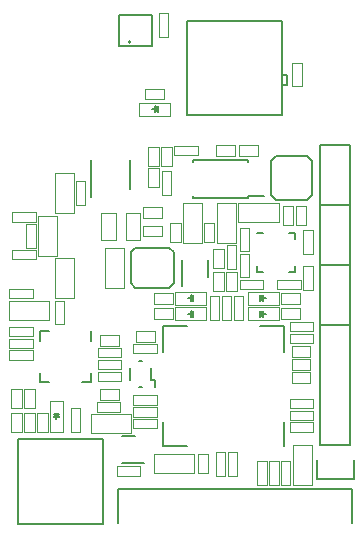
<source format=gto>
G04 #@! TF.FileFunction,Legend,Top*
%FSLAX46Y46*%
G04 Gerber Fmt 4.6, Leading zero omitted, Abs format (unit mm)*
G04 Created by KiCad (PCBNEW 4.0.2+dfsg1-stable) date Do 09 Mär 2017 02:24:01 CET*
%MOMM*%
G01*
G04 APERTURE LIST*
%ADD10C,0.100000*%
%ADD11C,0.150000*%
%ADD12C,0.200000*%
G04 APERTURE END LIST*
D10*
D11*
X76327000Y-106680000D02*
X73850500Y-106680000D01*
X76327000Y-101600000D02*
X73850500Y-101600000D01*
X76327000Y-96520000D02*
X73850500Y-96520000D01*
X73830000Y-116830000D02*
X73830000Y-91430000D01*
X73830000Y-91430000D02*
X76370000Y-91430000D01*
X76370000Y-91430000D02*
X76370000Y-116830000D01*
X73550000Y-119650000D02*
X73550000Y-118100000D01*
X73830000Y-116830000D02*
X76370000Y-116830000D01*
X76650000Y-118100000D02*
X76650000Y-119650000D01*
X76650000Y-119650000D02*
X73550000Y-119650000D01*
D10*
X58600000Y-119400000D02*
X56600000Y-119400000D01*
X56600000Y-119400000D02*
X56600000Y-118600000D01*
X56600000Y-118600000D02*
X58600000Y-118600000D01*
X58600000Y-118600000D02*
X58600000Y-119400000D01*
D11*
X67725000Y-95925000D02*
X67725000Y-95725000D01*
X63075000Y-95925000D02*
X63075000Y-95725000D01*
X63075000Y-92675000D02*
X63075000Y-92875000D01*
X67725000Y-92675000D02*
X67725000Y-92875000D01*
X67725000Y-95925000D02*
X63075000Y-95925000D01*
X67725000Y-92675000D02*
X63075000Y-92675000D01*
X67725000Y-95725000D02*
X69075000Y-95725000D01*
D10*
X58000000Y-108250000D02*
X60000000Y-108250000D01*
X60000000Y-108250000D02*
X60000000Y-109050000D01*
X60000000Y-109050000D02*
X58000000Y-109050000D01*
X58000000Y-109050000D02*
X58000000Y-108250000D01*
D11*
X59800000Y-111300000D02*
X59800000Y-111900000D01*
X59500000Y-111300000D02*
X59800000Y-111300000D01*
X57700000Y-111300000D02*
X57700000Y-110300000D01*
X59500000Y-111300000D02*
X59500000Y-110300000D01*
X58500000Y-109700000D02*
X58700000Y-109700000D01*
X58700000Y-111900000D02*
X58500000Y-111900000D01*
D10*
X58000000Y-114600000D02*
X60000000Y-114600000D01*
X60000000Y-114600000D02*
X60000000Y-115400000D01*
X60000000Y-115400000D02*
X58000000Y-115400000D01*
X58000000Y-115400000D02*
X58000000Y-114600000D01*
X60170000Y-82250000D02*
X60170000Y-80250000D01*
X60170000Y-80250000D02*
X60970000Y-80250000D01*
X60970000Y-80250000D02*
X60970000Y-82250000D01*
X60970000Y-82250000D02*
X60170000Y-82250000D01*
D11*
X57740711Y-82675000D02*
G75*
G03X57740711Y-82675000I-70711J0D01*
G01*
D12*
X59570000Y-82900000D02*
X59570000Y-80400000D01*
X59570000Y-80400000D02*
X56770000Y-80400000D01*
X56770000Y-80400000D02*
X56770000Y-82900000D01*
X56770000Y-82900000D02*
X56770000Y-83000000D01*
X56770000Y-83000000D02*
X59570000Y-83000000D01*
X59570000Y-83000000D02*
X59570000Y-82900000D01*
D10*
X55200000Y-107500000D02*
X56800000Y-107500000D01*
X56800000Y-107500000D02*
X56800000Y-108400000D01*
X56800000Y-108400000D02*
X55200000Y-108400000D01*
X55200000Y-108400000D02*
X55200000Y-107500000D01*
X61250000Y-91550000D02*
X61250000Y-93150000D01*
X61250000Y-93150000D02*
X60350000Y-93150000D01*
X60350000Y-93150000D02*
X60350000Y-91550000D01*
X60350000Y-91550000D02*
X61250000Y-91550000D01*
X66750000Y-102150000D02*
X66750000Y-103750000D01*
X66750000Y-103750000D02*
X65850000Y-103750000D01*
X65850000Y-103750000D02*
X65850000Y-102150000D01*
X65850000Y-102150000D02*
X66750000Y-102150000D01*
X66700000Y-99900000D02*
X66700000Y-101900000D01*
X66700000Y-101900000D02*
X65900000Y-101900000D01*
X65900000Y-101900000D02*
X65900000Y-99900000D01*
X65900000Y-99900000D02*
X66700000Y-99900000D01*
D11*
X71725000Y-98875000D02*
X71725000Y-99375000D01*
X68475000Y-102125000D02*
X68475000Y-101625000D01*
X71725000Y-102125000D02*
X71725000Y-101625000D01*
X68475000Y-98875000D02*
X68975000Y-98875000D01*
X68475000Y-102125000D02*
X68975000Y-102125000D01*
X71725000Y-102125000D02*
X71225000Y-102125000D01*
X71725000Y-98875000D02*
X71225000Y-98875000D01*
D10*
X66900000Y-96300000D02*
X66900000Y-97900000D01*
X66900000Y-97900000D02*
X70300000Y-97900000D01*
X70300000Y-97900000D02*
X70300000Y-96300000D01*
X70300000Y-96300000D02*
X66900000Y-96300000D01*
D11*
X57750000Y-95125000D02*
X57750000Y-92675000D01*
X54450000Y-95850000D02*
X54450000Y-92675000D01*
D10*
X61200000Y-93650000D02*
X61200000Y-95650000D01*
X61200000Y-95650000D02*
X60400000Y-95650000D01*
X60400000Y-95650000D02*
X60400000Y-93650000D01*
X60400000Y-93650000D02*
X61200000Y-93650000D01*
X59250000Y-95000000D02*
X59250000Y-93400000D01*
X59250000Y-93400000D02*
X60150000Y-93400000D01*
X60150000Y-93400000D02*
X60150000Y-95000000D01*
X60150000Y-95000000D02*
X59250000Y-95000000D01*
X60400000Y-99150000D02*
X58800000Y-99150000D01*
X58800000Y-99150000D02*
X58800000Y-98250000D01*
X58800000Y-98250000D02*
X60400000Y-98250000D01*
X60400000Y-98250000D02*
X60400000Y-99150000D01*
D12*
X55300000Y-123500000D02*
X55400000Y-123500000D01*
X55400000Y-123500000D02*
X55400000Y-123400000D01*
X48200000Y-123400000D02*
X48200000Y-123500000D01*
X48200000Y-123500000D02*
X48300000Y-123500000D01*
X48200000Y-116400000D02*
X48200000Y-116300000D01*
X48200000Y-116300000D02*
X48300000Y-116300000D01*
X55400000Y-116400000D02*
X55400000Y-116300000D01*
X55400000Y-116300000D02*
X55300000Y-116300000D01*
X48300000Y-123500000D02*
X55300000Y-123500000D01*
X55400000Y-123400000D02*
X55400000Y-116400000D01*
X55300000Y-116300000D02*
X48300000Y-116300000D01*
X48200000Y-116400000D02*
X48200000Y-123400000D01*
D10*
X49500000Y-108600000D02*
X47500000Y-108600000D01*
X47500000Y-108600000D02*
X47500000Y-107800000D01*
X47500000Y-107800000D02*
X49500000Y-107800000D01*
X49500000Y-107800000D02*
X49500000Y-108600000D01*
X71250000Y-107400000D02*
X73250000Y-107400000D01*
X73250000Y-107400000D02*
X73250000Y-108200000D01*
X73250000Y-108200000D02*
X71250000Y-108200000D01*
X71250000Y-108200000D02*
X71250000Y-107400000D01*
X52700000Y-115700000D02*
X52700000Y-113700000D01*
X52700000Y-113700000D02*
X53500000Y-113700000D01*
X53500000Y-113700000D02*
X53500000Y-115700000D01*
X53500000Y-115700000D02*
X52700000Y-115700000D01*
X49650000Y-112100000D02*
X49650000Y-113700000D01*
X49650000Y-113700000D02*
X48750000Y-113700000D01*
X48750000Y-113700000D02*
X48750000Y-112100000D01*
X48750000Y-112100000D02*
X49650000Y-112100000D01*
X59750000Y-103950000D02*
X61350000Y-103950000D01*
X61350000Y-103950000D02*
X61350000Y-104850000D01*
X61350000Y-104850000D02*
X59750000Y-104850000D01*
X59750000Y-104850000D02*
X59750000Y-103950000D01*
X57000000Y-111400000D02*
X55000000Y-111400000D01*
X55000000Y-111400000D02*
X55000000Y-110600000D01*
X55000000Y-110600000D02*
X57000000Y-110600000D01*
X57000000Y-110600000D02*
X57000000Y-111400000D01*
X48550000Y-114100000D02*
X48550000Y-115700000D01*
X48550000Y-115700000D02*
X47650000Y-115700000D01*
X47650000Y-115700000D02*
X47650000Y-114100000D01*
X47650000Y-114100000D02*
X48550000Y-114100000D01*
X50750000Y-114100000D02*
X50750000Y-115700000D01*
X50750000Y-115700000D02*
X49850000Y-115700000D01*
X49850000Y-115700000D02*
X49850000Y-114100000D01*
X49850000Y-114100000D02*
X50750000Y-114100000D01*
X48550000Y-112100000D02*
X48550000Y-113700000D01*
X48550000Y-113700000D02*
X47650000Y-113700000D01*
X47650000Y-113700000D02*
X47650000Y-112100000D01*
X47650000Y-112100000D02*
X48550000Y-112100000D01*
D11*
X54400000Y-111500000D02*
X53625000Y-111500000D01*
X50100000Y-107200000D02*
X50875000Y-107200000D01*
X50100000Y-111500000D02*
X50875000Y-111500000D01*
X54400000Y-107200000D02*
X54400000Y-107975000D01*
X50100000Y-107200000D02*
X50100000Y-107975000D01*
X50100000Y-111500000D02*
X50100000Y-110725000D01*
X54400000Y-111500000D02*
X54400000Y-110725000D01*
X64300000Y-102625000D02*
X64300000Y-101175000D01*
X62100000Y-103350000D02*
X62100000Y-101175000D01*
D10*
X61450000Y-91500000D02*
X63450000Y-91500000D01*
X63450000Y-91500000D02*
X63450000Y-92300000D01*
X63450000Y-92300000D02*
X61450000Y-92300000D01*
X61450000Y-92300000D02*
X61450000Y-91500000D01*
X63800000Y-96300000D02*
X62200000Y-96300000D01*
X62200000Y-96300000D02*
X62200000Y-99700000D01*
X62200000Y-99700000D02*
X63800000Y-99700000D01*
X63800000Y-99700000D02*
X63800000Y-96300000D01*
X57200000Y-100100000D02*
X55600000Y-100100000D01*
X55600000Y-100100000D02*
X55600000Y-103500000D01*
X55600000Y-103500000D02*
X57200000Y-103500000D01*
X57200000Y-103500000D02*
X57200000Y-100100000D01*
X67000000Y-100400000D02*
X67000000Y-98400000D01*
X67000000Y-98400000D02*
X67800000Y-98400000D01*
X67800000Y-98400000D02*
X67800000Y-100400000D01*
X67800000Y-100400000D02*
X67000000Y-100400000D01*
X67800000Y-100600000D02*
X67800000Y-102600000D01*
X67800000Y-102600000D02*
X67000000Y-102600000D01*
X67000000Y-102600000D02*
X67000000Y-100600000D01*
X67000000Y-100600000D02*
X67800000Y-100600000D01*
X72400000Y-100600000D02*
X72400000Y-98600000D01*
X72400000Y-98600000D02*
X73200000Y-98600000D01*
X73200000Y-98600000D02*
X73200000Y-100600000D01*
X73200000Y-100600000D02*
X72400000Y-100600000D01*
X69000000Y-103600000D02*
X67000000Y-103600000D01*
X67000000Y-103600000D02*
X67000000Y-102800000D01*
X67000000Y-102800000D02*
X69000000Y-102800000D01*
X69000000Y-102800000D02*
X69000000Y-103600000D01*
X70200000Y-102800000D02*
X72200000Y-102800000D01*
X72200000Y-102800000D02*
X72200000Y-103600000D01*
X72200000Y-103600000D02*
X70200000Y-103600000D01*
X70200000Y-103600000D02*
X70200000Y-102800000D01*
X73200000Y-101650000D02*
X73200000Y-103650000D01*
X73200000Y-103650000D02*
X72400000Y-103650000D01*
X72400000Y-103650000D02*
X72400000Y-101650000D01*
X72400000Y-101650000D02*
X73200000Y-101650000D01*
X49500000Y-107600000D02*
X47500000Y-107600000D01*
X47500000Y-107600000D02*
X47500000Y-106800000D01*
X47500000Y-106800000D02*
X49500000Y-106800000D01*
X49500000Y-106800000D02*
X49500000Y-107600000D01*
X49500000Y-109600000D02*
X47500000Y-109600000D01*
X47500000Y-109600000D02*
X47500000Y-108800000D01*
X47500000Y-108800000D02*
X49500000Y-108800000D01*
X49500000Y-108800000D02*
X49500000Y-109600000D01*
X57000000Y-109400000D02*
X55000000Y-109400000D01*
X55000000Y-109400000D02*
X55000000Y-108600000D01*
X55000000Y-108600000D02*
X57000000Y-108600000D01*
X57000000Y-108600000D02*
X57000000Y-109400000D01*
X49500000Y-104400000D02*
X47500000Y-104400000D01*
X47500000Y-104400000D02*
X47500000Y-103600000D01*
X47500000Y-103600000D02*
X49500000Y-103600000D01*
X49500000Y-103600000D02*
X49500000Y-104400000D01*
X52150000Y-104600000D02*
X52150000Y-106600000D01*
X52150000Y-106600000D02*
X51350000Y-106600000D01*
X51350000Y-106600000D02*
X51350000Y-104600000D01*
X51350000Y-104600000D02*
X52150000Y-104600000D01*
X54900000Y-113200000D02*
X56900000Y-113200000D01*
X56900000Y-113200000D02*
X56900000Y-114000000D01*
X56900000Y-114000000D02*
X54900000Y-114000000D01*
X54900000Y-114000000D02*
X54900000Y-113200000D01*
X69300000Y-118200000D02*
X69300000Y-120200000D01*
X69300000Y-120200000D02*
X68500000Y-120200000D01*
X68500000Y-120200000D02*
X68500000Y-118200000D01*
X68500000Y-118200000D02*
X69300000Y-118200000D01*
X70300000Y-118200000D02*
X70300000Y-120200000D01*
X70300000Y-120200000D02*
X69500000Y-120200000D01*
X69500000Y-120200000D02*
X69500000Y-118200000D01*
X69500000Y-118200000D02*
X70300000Y-118200000D01*
X71300000Y-118200000D02*
X71300000Y-120200000D01*
X71300000Y-120200000D02*
X70500000Y-120200000D01*
X70500000Y-120200000D02*
X70500000Y-118200000D01*
X70500000Y-118200000D02*
X71300000Y-118200000D01*
X60000000Y-113400000D02*
X58000000Y-113400000D01*
X58000000Y-113400000D02*
X58000000Y-112600000D01*
X58000000Y-112600000D02*
X60000000Y-112600000D01*
X60000000Y-112600000D02*
X60000000Y-113400000D01*
X64500000Y-106200000D02*
X64500000Y-104200000D01*
X64500000Y-104200000D02*
X65300000Y-104200000D01*
X65300000Y-104200000D02*
X65300000Y-106200000D01*
X65300000Y-106200000D02*
X64500000Y-106200000D01*
X71250000Y-106400000D02*
X73250000Y-106400000D01*
X73250000Y-106400000D02*
X73250000Y-107200000D01*
X73250000Y-107200000D02*
X71250000Y-107200000D01*
X71250000Y-107200000D02*
X71250000Y-106400000D01*
X65800000Y-117400000D02*
X65800000Y-119400000D01*
X65800000Y-119400000D02*
X65000000Y-119400000D01*
X65000000Y-119400000D02*
X65000000Y-117400000D01*
X65000000Y-117400000D02*
X65800000Y-117400000D01*
X71250000Y-113900000D02*
X73250000Y-113900000D01*
X73250000Y-113900000D02*
X73250000Y-114700000D01*
X73250000Y-114700000D02*
X71250000Y-114700000D01*
X71250000Y-114700000D02*
X71250000Y-113900000D01*
X66500000Y-106200000D02*
X66500000Y-104200000D01*
X66500000Y-104200000D02*
X67300000Y-104200000D01*
X67300000Y-104200000D02*
X67300000Y-106200000D01*
X67300000Y-106200000D02*
X66500000Y-106200000D01*
X66800000Y-117400000D02*
X66800000Y-119400000D01*
X66800000Y-119400000D02*
X66000000Y-119400000D01*
X66000000Y-119400000D02*
X66000000Y-117400000D01*
X66000000Y-117400000D02*
X66800000Y-117400000D01*
X71250000Y-112900000D02*
X73250000Y-112900000D01*
X73250000Y-112900000D02*
X73250000Y-113700000D01*
X73250000Y-113700000D02*
X71250000Y-113700000D01*
X71250000Y-113700000D02*
X71250000Y-112900000D01*
X65500000Y-106200000D02*
X65500000Y-104200000D01*
X65500000Y-104200000D02*
X66300000Y-104200000D01*
X66300000Y-104200000D02*
X66300000Y-106200000D01*
X66300000Y-106200000D02*
X65500000Y-106200000D01*
X58000000Y-113600000D02*
X60000000Y-113600000D01*
X60000000Y-113600000D02*
X60000000Y-114400000D01*
X60000000Y-114400000D02*
X58000000Y-114400000D01*
X58000000Y-114400000D02*
X58000000Y-113600000D01*
X71250000Y-114900000D02*
X73250000Y-114900000D01*
X73250000Y-114900000D02*
X73250000Y-115700000D01*
X73250000Y-115700000D02*
X71250000Y-115700000D01*
X71250000Y-115700000D02*
X71250000Y-114900000D01*
X70300000Y-105150000D02*
X70300000Y-106250000D01*
X67700000Y-106250000D02*
X67700000Y-105150000D01*
X67700000Y-105150000D02*
X70300000Y-105150000D01*
X70300000Y-106250000D02*
X67700000Y-106250000D01*
D11*
X68800000Y-105700000D02*
X69250000Y-105700000D01*
X68750000Y-105450000D02*
X68750000Y-105950000D01*
X68750000Y-105700000D02*
X69000000Y-105450000D01*
X69000000Y-105450000D02*
X69000000Y-105950000D01*
X69000000Y-105950000D02*
X68750000Y-105700000D01*
D10*
X70300000Y-103850000D02*
X70300000Y-104950000D01*
X67700000Y-104950000D02*
X67700000Y-103850000D01*
X67700000Y-103850000D02*
X70300000Y-103850000D01*
X70300000Y-104950000D02*
X67700000Y-104950000D01*
D11*
X68800000Y-104400000D02*
X69250000Y-104400000D01*
X68750000Y-104150000D02*
X68750000Y-104650000D01*
X68750000Y-104400000D02*
X69000000Y-104150000D01*
X69000000Y-104150000D02*
X69000000Y-104650000D01*
X69000000Y-104650000D02*
X68750000Y-104400000D01*
D10*
X61549300Y-104950000D02*
X61549300Y-103850000D01*
X64149300Y-103850000D02*
X64149300Y-104950000D01*
X64149300Y-104950000D02*
X61549300Y-104950000D01*
X61549300Y-103850000D02*
X64149300Y-103850000D01*
D11*
X63049300Y-104400000D02*
X62599300Y-104400000D01*
X63099300Y-104650000D02*
X63099300Y-104150000D01*
X63099300Y-104400000D02*
X62849300Y-104650000D01*
X62849300Y-104650000D02*
X62849300Y-104150000D01*
X62849300Y-104150000D02*
X63099300Y-104400000D01*
D10*
X61549300Y-106250000D02*
X61549300Y-105150000D01*
X64149300Y-105150000D02*
X64149300Y-106250000D01*
X64149300Y-106250000D02*
X61549300Y-106250000D01*
X61549300Y-105150000D02*
X64149300Y-105150000D01*
D11*
X63049300Y-105700000D02*
X62599300Y-105700000D01*
X63099300Y-105950000D02*
X63099300Y-105450000D01*
X63099300Y-105700000D02*
X62849300Y-105950000D01*
X62849300Y-105950000D02*
X62849300Y-105450000D01*
X62849300Y-105450000D02*
X63099300Y-105700000D01*
D10*
X52050000Y-115700000D02*
X50950000Y-115700000D01*
X50950000Y-113100000D02*
X52050000Y-113100000D01*
X52050000Y-113100000D02*
X52050000Y-115700000D01*
X50950000Y-115700000D02*
X50950000Y-113100000D01*
D11*
X51500000Y-114200000D02*
X51500000Y-114650000D01*
X51750000Y-114150000D02*
X51250000Y-114150000D01*
X51500000Y-114150000D02*
X51750000Y-114400000D01*
X51750000Y-114400000D02*
X51250000Y-114400000D01*
X51250000Y-114400000D02*
X51500000Y-114150000D01*
D10*
X59250000Y-93150000D02*
X59250000Y-91550000D01*
X59250000Y-91550000D02*
X60150000Y-91550000D01*
X60150000Y-91550000D02*
X60150000Y-93150000D01*
X60150000Y-93150000D02*
X59250000Y-93150000D01*
X71550000Y-96600000D02*
X71550000Y-98200000D01*
X71550000Y-98200000D02*
X70650000Y-98200000D01*
X70650000Y-98200000D02*
X70650000Y-96600000D01*
X70650000Y-96600000D02*
X71550000Y-96600000D01*
X71750000Y-98200000D02*
X71750000Y-96600000D01*
X71750000Y-96600000D02*
X72650000Y-96600000D01*
X72650000Y-96600000D02*
X72650000Y-98200000D01*
X72650000Y-98200000D02*
X71750000Y-98200000D01*
X64850000Y-98000000D02*
X64850000Y-99600000D01*
X64850000Y-99600000D02*
X63950000Y-99600000D01*
X63950000Y-99600000D02*
X63950000Y-98000000D01*
X63950000Y-98000000D02*
X64850000Y-98000000D01*
X65650000Y-100250000D02*
X65650000Y-101850000D01*
X65650000Y-101850000D02*
X64750000Y-101850000D01*
X64750000Y-101850000D02*
X64750000Y-100250000D01*
X64750000Y-100250000D02*
X65650000Y-100250000D01*
X72100000Y-106150000D02*
X70500000Y-106150000D01*
X70500000Y-106150000D02*
X70500000Y-105250000D01*
X70500000Y-105250000D02*
X72100000Y-105250000D01*
X72100000Y-105250000D02*
X72100000Y-106150000D01*
X59750000Y-105250000D02*
X61350000Y-105250000D01*
X61350000Y-105250000D02*
X61350000Y-106150000D01*
X61350000Y-106150000D02*
X59750000Y-106150000D01*
X59750000Y-106150000D02*
X59750000Y-105250000D01*
X71400000Y-110650000D02*
X73000000Y-110650000D01*
X73000000Y-110650000D02*
X73000000Y-111550000D01*
X73000000Y-111550000D02*
X71400000Y-111550000D01*
X71400000Y-111550000D02*
X71400000Y-110650000D01*
X56500000Y-97150000D02*
X56500000Y-99450000D01*
X56500000Y-99450000D02*
X55300000Y-99450000D01*
X55300000Y-99450000D02*
X55300000Y-97150000D01*
X55300000Y-97150000D02*
X56500000Y-97150000D01*
X57400000Y-99450000D02*
X57400000Y-97150000D01*
X57400000Y-97150000D02*
X58600000Y-97150000D01*
X58600000Y-97150000D02*
X58600000Y-99450000D01*
X58600000Y-99450000D02*
X57400000Y-99450000D01*
X57000000Y-110400000D02*
X55000000Y-110400000D01*
X55000000Y-110400000D02*
X55000000Y-109600000D01*
X55000000Y-109600000D02*
X57000000Y-109600000D01*
X57000000Y-109600000D02*
X57000000Y-110400000D01*
X55200000Y-112100000D02*
X56800000Y-112100000D01*
X56800000Y-112100000D02*
X56800000Y-113000000D01*
X56800000Y-113000000D02*
X55200000Y-113000000D01*
X55200000Y-113000000D02*
X55200000Y-112100000D01*
X71500000Y-120200000D02*
X73100000Y-120200000D01*
X73100000Y-120200000D02*
X73100000Y-116800000D01*
X73100000Y-116800000D02*
X71500000Y-116800000D01*
X71500000Y-116800000D02*
X71500000Y-120200000D01*
X65100000Y-99700000D02*
X66700000Y-99700000D01*
X66700000Y-99700000D02*
X66700000Y-96300000D01*
X66700000Y-96300000D02*
X65100000Y-96300000D01*
X65100000Y-96300000D02*
X65100000Y-99700000D01*
X60400000Y-97550000D02*
X58800000Y-97550000D01*
X58800000Y-97550000D02*
X58800000Y-96650000D01*
X58800000Y-96650000D02*
X60400000Y-96650000D01*
X60400000Y-96650000D02*
X60400000Y-97550000D01*
X73000000Y-110450000D02*
X71400000Y-110450000D01*
X71400000Y-110450000D02*
X71400000Y-109550000D01*
X71400000Y-109550000D02*
X73000000Y-109550000D01*
X73000000Y-109550000D02*
X73000000Y-110450000D01*
D12*
X61430000Y-103110000D02*
X61040000Y-103500000D01*
X61430000Y-100490000D02*
X61040000Y-100100000D01*
X61430000Y-103110000D02*
X61430000Y-100490000D01*
X58160000Y-100100000D02*
X57770000Y-100490000D01*
X57770000Y-100490000D02*
X57770000Y-103110000D01*
X58160000Y-103500000D02*
X57770000Y-103110000D01*
X61040000Y-103500000D02*
X58160000Y-103500000D01*
X59600000Y-100100000D02*
X61040000Y-100100000D01*
X59600000Y-100100000D02*
X58160000Y-100100000D01*
D10*
X57800000Y-115800000D02*
X57800000Y-114200000D01*
X57800000Y-114200000D02*
X54400000Y-114200000D01*
X54400000Y-114200000D02*
X54400000Y-115800000D01*
X54400000Y-115800000D02*
X57800000Y-115800000D01*
X71400000Y-108450000D02*
X73000000Y-108450000D01*
X73000000Y-108450000D02*
X73000000Y-109350000D01*
X73000000Y-109350000D02*
X71400000Y-109350000D01*
X71400000Y-109350000D02*
X71400000Y-108450000D01*
X66950000Y-91450000D02*
X68550000Y-91450000D01*
X68550000Y-91450000D02*
X68550000Y-92350000D01*
X68550000Y-92350000D02*
X66950000Y-92350000D01*
X66950000Y-92350000D02*
X66950000Y-91450000D01*
X65037530Y-91450000D02*
X66637530Y-91450000D01*
X66637530Y-91450000D02*
X66637530Y-92350000D01*
X66637530Y-92350000D02*
X65037530Y-92350000D01*
X65037530Y-92350000D02*
X65037530Y-91450000D01*
D12*
X72710000Y-92370000D02*
X73100000Y-92760000D01*
X70090000Y-92370000D02*
X69700000Y-92760000D01*
X72710000Y-92370000D02*
X70090000Y-92370000D01*
X69700000Y-95640000D02*
X70090000Y-96030000D01*
X70090000Y-96030000D02*
X72710000Y-96030000D01*
X73100000Y-95640000D02*
X72710000Y-96030000D01*
X73100000Y-92760000D02*
X73100000Y-95640000D01*
X69700000Y-94200000D02*
X69700000Y-92760000D01*
X69700000Y-94200000D02*
X69700000Y-95640000D01*
D11*
X70750000Y-106700000D02*
X70750000Y-108900000D01*
X70750000Y-106700000D02*
X68750000Y-106700000D01*
X60550000Y-106700000D02*
X62550000Y-106700000D01*
X60550000Y-106700000D02*
X60550000Y-108900000D01*
X60550000Y-116900000D02*
X60550000Y-114900000D01*
X60550000Y-116900000D02*
X62550000Y-116900000D01*
X70750000Y-116900000D02*
X70750000Y-114900000D01*
D10*
X61150000Y-99600000D02*
X61150000Y-98000000D01*
X61150000Y-98000000D02*
X62050000Y-98000000D01*
X62050000Y-98000000D02*
X62050000Y-99600000D01*
X62050000Y-99600000D02*
X61150000Y-99600000D01*
X72100000Y-104850000D02*
X70500000Y-104850000D01*
X70500000Y-104850000D02*
X70500000Y-103950000D01*
X70500000Y-103950000D02*
X72100000Y-103950000D01*
X72100000Y-103950000D02*
X72100000Y-104850000D01*
X58200000Y-107150000D02*
X59800000Y-107150000D01*
X59800000Y-107150000D02*
X59800000Y-108050000D01*
X59800000Y-108050000D02*
X58200000Y-108050000D01*
X58200000Y-108050000D02*
X58200000Y-107150000D01*
X65650000Y-102150000D02*
X65650000Y-103750000D01*
X65650000Y-103750000D02*
X64750000Y-103750000D01*
X64750000Y-103750000D02*
X64750000Y-102150000D01*
X64750000Y-102150000D02*
X65650000Y-102150000D01*
X49650000Y-114100000D02*
X49650000Y-115700000D01*
X49650000Y-115700000D02*
X48750000Y-115700000D01*
X48750000Y-115700000D02*
X48750000Y-114100000D01*
X48750000Y-114100000D02*
X49650000Y-114100000D01*
X64350000Y-117600000D02*
X64350000Y-119200000D01*
X64350000Y-119200000D02*
X63450000Y-119200000D01*
X63450000Y-119200000D02*
X63450000Y-117600000D01*
X63450000Y-117600000D02*
X64350000Y-117600000D01*
D12*
X76491000Y-120522000D02*
X56679000Y-120522000D01*
X76491000Y-120522000D02*
X76491000Y-123443000D01*
X56679000Y-123443000D02*
X56679000Y-120522000D01*
D10*
X58519300Y-88950000D02*
X58519300Y-87850000D01*
X61119300Y-87850000D02*
X61119300Y-88950000D01*
X61119300Y-88950000D02*
X58519300Y-88950000D01*
X58519300Y-87850000D02*
X61119300Y-87850000D01*
D11*
X60019300Y-88400000D02*
X59569300Y-88400000D01*
X60069300Y-88650000D02*
X60069300Y-88150000D01*
X60069300Y-88400000D02*
X59819300Y-88650000D01*
X59819300Y-88650000D02*
X59819300Y-88150000D01*
X59819300Y-88150000D02*
X60069300Y-88400000D01*
D10*
X60620000Y-87550000D02*
X59020000Y-87550000D01*
X59020000Y-87550000D02*
X59020000Y-86650000D01*
X59020000Y-86650000D02*
X60620000Y-86650000D01*
X60620000Y-86650000D02*
X60620000Y-87550000D01*
X72270000Y-84450000D02*
X72270000Y-86450000D01*
X72270000Y-86450000D02*
X71470000Y-86450000D01*
X71470000Y-86450000D02*
X71470000Y-84450000D01*
X71470000Y-84450000D02*
X72270000Y-84450000D01*
D12*
X70985000Y-86300000D02*
X70585000Y-86300000D01*
X70985000Y-85500000D02*
X70985000Y-86300000D01*
X70585000Y-85500000D02*
X70985000Y-85500000D01*
X70585000Y-88900000D02*
X62585000Y-88900000D01*
X70585000Y-80900000D02*
X70585000Y-88900000D01*
X62585000Y-80900000D02*
X70585000Y-80900000D01*
X62585000Y-88900000D02*
X62585000Y-80900000D01*
D10*
X48950000Y-100100000D02*
X48950000Y-98100000D01*
X48950000Y-98100000D02*
X49750000Y-98100000D01*
X49750000Y-98100000D02*
X49750000Y-100100000D01*
X49750000Y-100100000D02*
X48950000Y-100100000D01*
X49750000Y-97900000D02*
X47750000Y-97900000D01*
X47750000Y-97900000D02*
X47750000Y-97100000D01*
X47750000Y-97100000D02*
X49750000Y-97100000D01*
X49750000Y-97100000D02*
X49750000Y-97900000D01*
X53150000Y-96500000D02*
X53150000Y-94500000D01*
X53150000Y-94500000D02*
X53950000Y-94500000D01*
X53950000Y-94500000D02*
X53950000Y-96500000D01*
X53950000Y-96500000D02*
X53150000Y-96500000D01*
X47500000Y-104600000D02*
X47500000Y-106200000D01*
X47500000Y-106200000D02*
X50900000Y-106200000D01*
X50900000Y-106200000D02*
X50900000Y-104600000D01*
X50900000Y-104600000D02*
X47500000Y-104600000D01*
X51350000Y-104400000D02*
X52950000Y-104400000D01*
X52950000Y-104400000D02*
X52950000Y-101000000D01*
X52950000Y-101000000D02*
X51350000Y-101000000D01*
X51350000Y-101000000D02*
X51350000Y-104400000D01*
X49950000Y-100800000D02*
X51550000Y-100800000D01*
X51550000Y-100800000D02*
X51550000Y-97400000D01*
X51550000Y-97400000D02*
X49950000Y-97400000D01*
X49950000Y-97400000D02*
X49950000Y-100800000D01*
X51350000Y-97200000D02*
X52950000Y-97200000D01*
X52950000Y-97200000D02*
X52950000Y-93800000D01*
X52950000Y-93800000D02*
X51350000Y-93800000D01*
X51350000Y-93800000D02*
X51350000Y-97200000D01*
X49750000Y-101100000D02*
X47750000Y-101100000D01*
X47750000Y-101100000D02*
X47750000Y-100300000D01*
X47750000Y-100300000D02*
X49750000Y-100300000D01*
X49750000Y-100300000D02*
X49750000Y-101100000D01*
X63150000Y-119200000D02*
X63150000Y-117600000D01*
X63150000Y-117600000D02*
X59750000Y-117600000D01*
X59750000Y-117600000D02*
X59750000Y-119200000D01*
X59750000Y-119200000D02*
X63150000Y-119200000D01*
D11*
X58175000Y-116075000D02*
X57025000Y-116075000D01*
X58950000Y-118325000D02*
X57025000Y-118325000D01*
M02*

</source>
